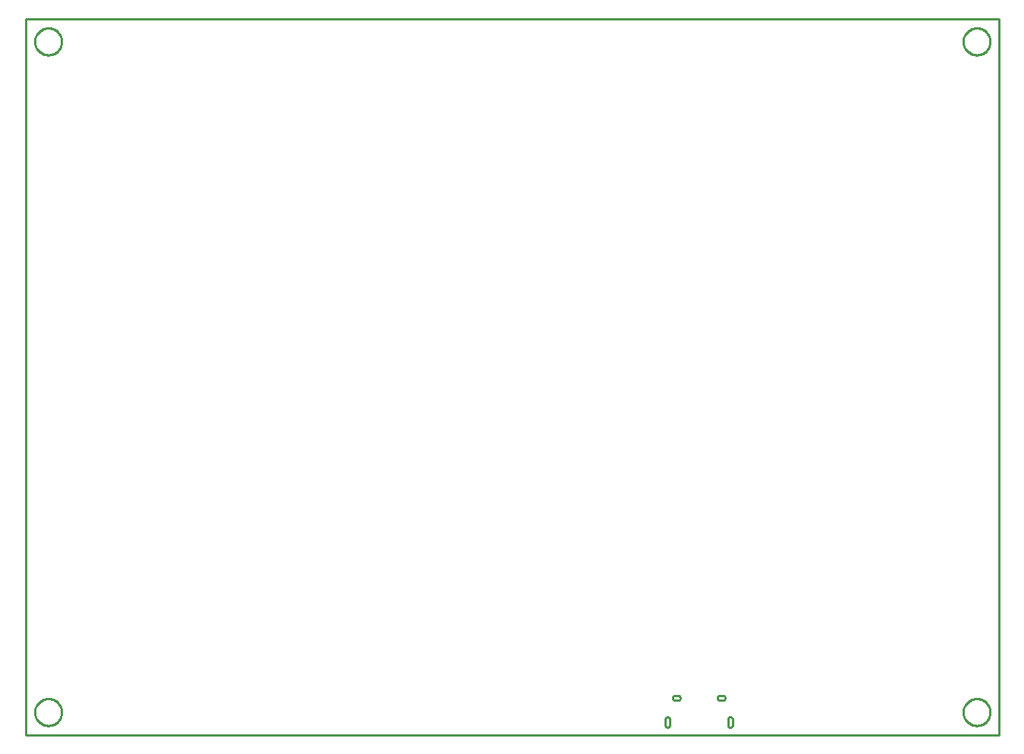
<source format=gbr>
G04 EAGLE Gerber RS-274X export*
G75*
%MOMM*%
%FSLAX34Y34*%
%LPD*%
%IN*%
%IPPOS*%
%AMOC8*
5,1,8,0,0,1.08239X$1,22.5*%
G01*
%ADD10C,0.254000*%


D10*
X0Y0D02*
X1086360Y0D01*
X1086360Y800000D01*
X0Y800000D01*
X0Y0D01*
X784086Y10974D02*
X784096Y10756D01*
X784124Y10540D01*
X784171Y10327D01*
X784237Y10119D01*
X784320Y9917D01*
X784421Y9724D01*
X784538Y9540D01*
X784671Y9367D01*
X784818Y9206D01*
X784979Y9059D01*
X785152Y8926D01*
X785336Y8809D01*
X785529Y8708D01*
X785731Y8625D01*
X785939Y8559D01*
X786152Y8512D01*
X786368Y8484D01*
X786586Y8474D01*
X786804Y8484D01*
X787020Y8512D01*
X787233Y8559D01*
X787441Y8625D01*
X787643Y8708D01*
X787836Y8809D01*
X788020Y8926D01*
X788193Y9059D01*
X788354Y9206D01*
X788501Y9367D01*
X788634Y9540D01*
X788751Y9724D01*
X788852Y9917D01*
X788935Y10119D01*
X789001Y10327D01*
X789048Y10540D01*
X789077Y10756D01*
X789086Y10974D01*
X789086Y17474D01*
X789077Y17692D01*
X789048Y17908D01*
X789001Y18121D01*
X788935Y18329D01*
X788852Y18531D01*
X788751Y18724D01*
X788634Y18908D01*
X788501Y19081D01*
X788354Y19242D01*
X788193Y19389D01*
X788020Y19522D01*
X787836Y19639D01*
X787643Y19740D01*
X787441Y19823D01*
X787233Y19889D01*
X787020Y19936D01*
X786804Y19965D01*
X786586Y19974D01*
X786368Y19965D01*
X786152Y19936D01*
X785939Y19889D01*
X785731Y19823D01*
X785529Y19740D01*
X785336Y19639D01*
X785152Y19522D01*
X784979Y19389D01*
X784818Y19242D01*
X784671Y19081D01*
X784538Y18908D01*
X784421Y18724D01*
X784320Y18531D01*
X784237Y18329D01*
X784171Y18121D01*
X784124Y17908D01*
X784096Y17692D01*
X784086Y17474D01*
X784086Y10974D01*
X714086Y10974D02*
X714096Y10756D01*
X714124Y10540D01*
X714171Y10327D01*
X714237Y10119D01*
X714320Y9917D01*
X714421Y9724D01*
X714538Y9540D01*
X714671Y9367D01*
X714818Y9206D01*
X714979Y9059D01*
X715152Y8926D01*
X715336Y8809D01*
X715529Y8708D01*
X715731Y8625D01*
X715939Y8559D01*
X716152Y8512D01*
X716368Y8484D01*
X716586Y8474D01*
X716804Y8484D01*
X717020Y8512D01*
X717233Y8559D01*
X717441Y8625D01*
X717643Y8708D01*
X717836Y8809D01*
X718020Y8926D01*
X718193Y9059D01*
X718354Y9206D01*
X718501Y9367D01*
X718634Y9540D01*
X718751Y9724D01*
X718852Y9917D01*
X718935Y10119D01*
X719001Y10327D01*
X719048Y10540D01*
X719077Y10756D01*
X719086Y10974D01*
X719086Y17474D01*
X719077Y17692D01*
X719048Y17908D01*
X719001Y18121D01*
X718935Y18329D01*
X718852Y18531D01*
X718751Y18724D01*
X718634Y18908D01*
X718501Y19081D01*
X718354Y19242D01*
X718193Y19389D01*
X718020Y19522D01*
X717836Y19639D01*
X717643Y19740D01*
X717441Y19823D01*
X717233Y19889D01*
X717020Y19936D01*
X716804Y19965D01*
X716586Y19974D01*
X716368Y19965D01*
X716152Y19936D01*
X715939Y19889D01*
X715731Y19823D01*
X715529Y19740D01*
X715336Y19639D01*
X715152Y19522D01*
X714979Y19389D01*
X714818Y19242D01*
X714671Y19081D01*
X714538Y18908D01*
X714421Y18724D01*
X714320Y18531D01*
X714237Y18329D01*
X714171Y18121D01*
X714124Y17908D01*
X714096Y17692D01*
X714086Y17474D01*
X714086Y10974D01*
X725086Y38474D02*
X728086Y38474D01*
X728326Y38484D01*
X728564Y38516D01*
X728798Y38568D01*
X729027Y38640D01*
X729248Y38732D01*
X729461Y38842D01*
X729663Y38971D01*
X729854Y39117D01*
X730031Y39279D01*
X730193Y39456D01*
X730339Y39647D01*
X730468Y39849D01*
X730578Y40062D01*
X730670Y40283D01*
X730742Y40512D01*
X730794Y40746D01*
X730826Y40984D01*
X730836Y41224D01*
X730826Y41464D01*
X730794Y41702D01*
X730742Y41936D01*
X730670Y42165D01*
X730578Y42386D01*
X730468Y42599D01*
X730339Y42801D01*
X730193Y42992D01*
X730031Y43169D01*
X729854Y43331D01*
X729663Y43477D01*
X729461Y43606D01*
X729248Y43716D01*
X729027Y43808D01*
X728798Y43880D01*
X728564Y43932D01*
X728326Y43964D01*
X728086Y43974D01*
X725086Y43974D01*
X724846Y43964D01*
X724608Y43932D01*
X724374Y43880D01*
X724145Y43808D01*
X723924Y43716D01*
X723711Y43606D01*
X723509Y43477D01*
X723318Y43331D01*
X723141Y43169D01*
X722979Y42992D01*
X722833Y42801D01*
X722704Y42599D01*
X722594Y42386D01*
X722502Y42165D01*
X722430Y41936D01*
X722378Y41702D01*
X722346Y41464D01*
X722336Y41224D01*
X722346Y40984D01*
X722378Y40746D01*
X722430Y40512D01*
X722502Y40283D01*
X722594Y40062D01*
X722704Y39849D01*
X722833Y39647D01*
X722979Y39456D01*
X723141Y39279D01*
X723318Y39117D01*
X723509Y38971D01*
X723711Y38842D01*
X723924Y38732D01*
X724145Y38640D01*
X724374Y38568D01*
X724608Y38516D01*
X724846Y38484D01*
X725086Y38474D01*
X775086Y38474D02*
X778086Y38474D01*
X778326Y38484D01*
X778564Y38516D01*
X778798Y38568D01*
X779027Y38640D01*
X779248Y38732D01*
X779461Y38842D01*
X779663Y38971D01*
X779854Y39117D01*
X780031Y39279D01*
X780193Y39456D01*
X780339Y39647D01*
X780468Y39849D01*
X780578Y40062D01*
X780670Y40283D01*
X780742Y40512D01*
X780794Y40746D01*
X780826Y40984D01*
X780836Y41224D01*
X780826Y41464D01*
X780794Y41702D01*
X780742Y41936D01*
X780670Y42165D01*
X780578Y42386D01*
X780468Y42599D01*
X780339Y42801D01*
X780193Y42992D01*
X780031Y43169D01*
X779854Y43331D01*
X779663Y43477D01*
X779461Y43606D01*
X779248Y43716D01*
X779027Y43808D01*
X778798Y43880D01*
X778564Y43932D01*
X778326Y43964D01*
X778086Y43974D01*
X775086Y43974D01*
X774846Y43964D01*
X774608Y43932D01*
X774374Y43880D01*
X774145Y43808D01*
X773924Y43716D01*
X773711Y43606D01*
X773509Y43477D01*
X773318Y43331D01*
X773141Y43169D01*
X772979Y42992D01*
X772833Y42801D01*
X772704Y42599D01*
X772594Y42386D01*
X772502Y42165D01*
X772430Y41936D01*
X772378Y41702D01*
X772346Y41464D01*
X772336Y41224D01*
X772346Y40984D01*
X772378Y40746D01*
X772430Y40512D01*
X772502Y40283D01*
X772594Y40062D01*
X772704Y39849D01*
X772833Y39647D01*
X772979Y39456D01*
X773141Y39279D01*
X773318Y39117D01*
X773509Y38971D01*
X773711Y38842D01*
X773924Y38732D01*
X774145Y38640D01*
X774374Y38568D01*
X774608Y38516D01*
X774846Y38484D01*
X775086Y38474D01*
X40400Y24864D02*
X40324Y23796D01*
X40171Y22735D01*
X39943Y21688D01*
X39641Y20660D01*
X39267Y19656D01*
X38822Y18681D01*
X38308Y17741D01*
X37729Y16840D01*
X37087Y15982D01*
X36385Y15172D01*
X35628Y14415D01*
X34818Y13713D01*
X33960Y13071D01*
X33059Y12492D01*
X32119Y11978D01*
X31144Y11533D01*
X30140Y11159D01*
X29112Y10857D01*
X28065Y10629D01*
X27004Y10476D01*
X25936Y10400D01*
X24864Y10400D01*
X23796Y10476D01*
X22735Y10629D01*
X21688Y10857D01*
X20660Y11159D01*
X19656Y11533D01*
X18681Y11978D01*
X17741Y12492D01*
X16840Y13071D01*
X15982Y13713D01*
X15172Y14415D01*
X14415Y15172D01*
X13713Y15982D01*
X13071Y16840D01*
X12492Y17741D01*
X11978Y18681D01*
X11533Y19656D01*
X11159Y20660D01*
X10857Y21688D01*
X10629Y22735D01*
X10476Y23796D01*
X10400Y24864D01*
X10400Y25936D01*
X10476Y27004D01*
X10629Y28065D01*
X10857Y29112D01*
X11159Y30140D01*
X11533Y31144D01*
X11978Y32119D01*
X12492Y33059D01*
X13071Y33960D01*
X13713Y34818D01*
X14415Y35628D01*
X15172Y36385D01*
X15982Y37087D01*
X16840Y37729D01*
X17741Y38308D01*
X18681Y38822D01*
X19656Y39267D01*
X20660Y39641D01*
X21688Y39943D01*
X22735Y40171D01*
X23796Y40324D01*
X24864Y40400D01*
X25936Y40400D01*
X27004Y40324D01*
X28065Y40171D01*
X29112Y39943D01*
X30140Y39641D01*
X31144Y39267D01*
X32119Y38822D01*
X33059Y38308D01*
X33960Y37729D01*
X34818Y37087D01*
X35628Y36385D01*
X36385Y35628D01*
X37087Y34818D01*
X37729Y33960D01*
X38308Y33059D01*
X38822Y32119D01*
X39267Y31144D01*
X39641Y30140D01*
X39943Y29112D01*
X40171Y28065D01*
X40324Y27004D01*
X40400Y25936D01*
X40400Y24864D01*
X40400Y774164D02*
X40324Y773096D01*
X40171Y772035D01*
X39943Y770988D01*
X39641Y769960D01*
X39267Y768956D01*
X38822Y767981D01*
X38308Y767041D01*
X37729Y766140D01*
X37087Y765282D01*
X36385Y764472D01*
X35628Y763715D01*
X34818Y763013D01*
X33960Y762371D01*
X33059Y761792D01*
X32119Y761278D01*
X31144Y760833D01*
X30140Y760459D01*
X29112Y760157D01*
X28065Y759929D01*
X27004Y759776D01*
X25936Y759700D01*
X24864Y759700D01*
X23796Y759776D01*
X22735Y759929D01*
X21688Y760157D01*
X20660Y760459D01*
X19656Y760833D01*
X18681Y761278D01*
X17741Y761792D01*
X16840Y762371D01*
X15982Y763013D01*
X15172Y763715D01*
X14415Y764472D01*
X13713Y765282D01*
X13071Y766140D01*
X12492Y767041D01*
X11978Y767981D01*
X11533Y768956D01*
X11159Y769960D01*
X10857Y770988D01*
X10629Y772035D01*
X10476Y773096D01*
X10400Y774164D01*
X10400Y775236D01*
X10476Y776304D01*
X10629Y777365D01*
X10857Y778412D01*
X11159Y779440D01*
X11533Y780444D01*
X11978Y781419D01*
X12492Y782359D01*
X13071Y783260D01*
X13713Y784118D01*
X14415Y784928D01*
X15172Y785685D01*
X15982Y786387D01*
X16840Y787029D01*
X17741Y787608D01*
X18681Y788122D01*
X19656Y788567D01*
X20660Y788941D01*
X21688Y789243D01*
X22735Y789471D01*
X23796Y789624D01*
X24864Y789700D01*
X25936Y789700D01*
X27004Y789624D01*
X28065Y789471D01*
X29112Y789243D01*
X30140Y788941D01*
X31144Y788567D01*
X32119Y788122D01*
X33059Y787608D01*
X33960Y787029D01*
X34818Y786387D01*
X35628Y785685D01*
X36385Y784928D01*
X37087Y784118D01*
X37729Y783260D01*
X38308Y782359D01*
X38822Y781419D01*
X39267Y780444D01*
X39641Y779440D01*
X39943Y778412D01*
X40171Y777365D01*
X40324Y776304D01*
X40400Y775236D01*
X40400Y774164D01*
X1076720Y774164D02*
X1076644Y773096D01*
X1076491Y772035D01*
X1076263Y770988D01*
X1075961Y769960D01*
X1075587Y768956D01*
X1075142Y767981D01*
X1074628Y767041D01*
X1074049Y766140D01*
X1073407Y765282D01*
X1072705Y764472D01*
X1071948Y763715D01*
X1071138Y763013D01*
X1070280Y762371D01*
X1069379Y761792D01*
X1068439Y761278D01*
X1067464Y760833D01*
X1066460Y760459D01*
X1065432Y760157D01*
X1064385Y759929D01*
X1063324Y759776D01*
X1062256Y759700D01*
X1061184Y759700D01*
X1060116Y759776D01*
X1059055Y759929D01*
X1058008Y760157D01*
X1056980Y760459D01*
X1055976Y760833D01*
X1055001Y761278D01*
X1054061Y761792D01*
X1053160Y762371D01*
X1052302Y763013D01*
X1051492Y763715D01*
X1050735Y764472D01*
X1050033Y765282D01*
X1049391Y766140D01*
X1048812Y767041D01*
X1048298Y767981D01*
X1047853Y768956D01*
X1047479Y769960D01*
X1047177Y770988D01*
X1046949Y772035D01*
X1046796Y773096D01*
X1046720Y774164D01*
X1046720Y775236D01*
X1046796Y776304D01*
X1046949Y777365D01*
X1047177Y778412D01*
X1047479Y779440D01*
X1047853Y780444D01*
X1048298Y781419D01*
X1048812Y782359D01*
X1049391Y783260D01*
X1050033Y784118D01*
X1050735Y784928D01*
X1051492Y785685D01*
X1052302Y786387D01*
X1053160Y787029D01*
X1054061Y787608D01*
X1055001Y788122D01*
X1055976Y788567D01*
X1056980Y788941D01*
X1058008Y789243D01*
X1059055Y789471D01*
X1060116Y789624D01*
X1061184Y789700D01*
X1062256Y789700D01*
X1063324Y789624D01*
X1064385Y789471D01*
X1065432Y789243D01*
X1066460Y788941D01*
X1067464Y788567D01*
X1068439Y788122D01*
X1069379Y787608D01*
X1070280Y787029D01*
X1071138Y786387D01*
X1071948Y785685D01*
X1072705Y784928D01*
X1073407Y784118D01*
X1074049Y783260D01*
X1074628Y782359D01*
X1075142Y781419D01*
X1075587Y780444D01*
X1075961Y779440D01*
X1076263Y778412D01*
X1076491Y777365D01*
X1076644Y776304D01*
X1076720Y775236D01*
X1076720Y774164D01*
X1076720Y24864D02*
X1076644Y23796D01*
X1076491Y22735D01*
X1076263Y21688D01*
X1075961Y20660D01*
X1075587Y19656D01*
X1075142Y18681D01*
X1074628Y17741D01*
X1074049Y16840D01*
X1073407Y15982D01*
X1072705Y15172D01*
X1071948Y14415D01*
X1071138Y13713D01*
X1070280Y13071D01*
X1069379Y12492D01*
X1068439Y11978D01*
X1067464Y11533D01*
X1066460Y11159D01*
X1065432Y10857D01*
X1064385Y10629D01*
X1063324Y10476D01*
X1062256Y10400D01*
X1061184Y10400D01*
X1060116Y10476D01*
X1059055Y10629D01*
X1058008Y10857D01*
X1056980Y11159D01*
X1055976Y11533D01*
X1055001Y11978D01*
X1054061Y12492D01*
X1053160Y13071D01*
X1052302Y13713D01*
X1051492Y14415D01*
X1050735Y15172D01*
X1050033Y15982D01*
X1049391Y16840D01*
X1048812Y17741D01*
X1048298Y18681D01*
X1047853Y19656D01*
X1047479Y20660D01*
X1047177Y21688D01*
X1046949Y22735D01*
X1046796Y23796D01*
X1046720Y24864D01*
X1046720Y25936D01*
X1046796Y27004D01*
X1046949Y28065D01*
X1047177Y29112D01*
X1047479Y30140D01*
X1047853Y31144D01*
X1048298Y32119D01*
X1048812Y33059D01*
X1049391Y33960D01*
X1050033Y34818D01*
X1050735Y35628D01*
X1051492Y36385D01*
X1052302Y37087D01*
X1053160Y37729D01*
X1054061Y38308D01*
X1055001Y38822D01*
X1055976Y39267D01*
X1056980Y39641D01*
X1058008Y39943D01*
X1059055Y40171D01*
X1060116Y40324D01*
X1061184Y40400D01*
X1062256Y40400D01*
X1063324Y40324D01*
X1064385Y40171D01*
X1065432Y39943D01*
X1066460Y39641D01*
X1067464Y39267D01*
X1068439Y38822D01*
X1069379Y38308D01*
X1070280Y37729D01*
X1071138Y37087D01*
X1071948Y36385D01*
X1072705Y35628D01*
X1073407Y34818D01*
X1074049Y33960D01*
X1074628Y33059D01*
X1075142Y32119D01*
X1075587Y31144D01*
X1075961Y30140D01*
X1076263Y29112D01*
X1076491Y28065D01*
X1076644Y27004D01*
X1076720Y25936D01*
X1076720Y24864D01*
M02*

</source>
